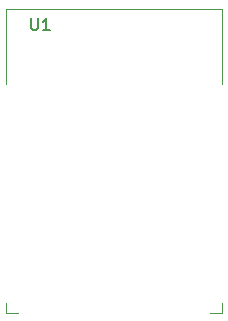
<source format=gto>
G04 #@! TF.GenerationSoftware,KiCad,Pcbnew,(5.1.10)-1*
G04 #@! TF.CreationDate,2021-06-29T15:19:49+09:00*
G04 #@! TF.ProjectId,BLE_PPG_v1.1,424c455f-5050-4475-9f76-312e312e6b69,rev?*
G04 #@! TF.SameCoordinates,Original*
G04 #@! TF.FileFunction,Legend,Top*
G04 #@! TF.FilePolarity,Positive*
%FSLAX46Y46*%
G04 Gerber Fmt 4.6, Leading zero omitted, Abs format (unit mm)*
G04 Created by KiCad (PCBNEW (5.1.10)-1) date 2021-06-29 15:19:49*
%MOMM*%
%LPD*%
G01*
G04 APERTURE LIST*
%ADD10C,0.120000*%
%ADD11C,0.150000*%
G04 APERTURE END LIST*
D10*
X100880000Y-146100000D02*
X100880000Y-146880000D01*
X100880000Y-146880000D02*
X101880000Y-146880000D01*
X119120000Y-146100000D02*
X119120000Y-146880000D01*
X119120000Y-146880000D02*
X118120000Y-146880000D01*
X100880000Y-121135000D02*
X119120000Y-121135000D01*
X119120000Y-121135000D02*
X119120000Y-127555000D01*
X100880000Y-121135000D02*
X100880000Y-127555000D01*
D11*
X102988095Y-121952380D02*
X102988095Y-122761904D01*
X103035714Y-122857142D01*
X103083333Y-122904761D01*
X103178571Y-122952380D01*
X103369047Y-122952380D01*
X103464285Y-122904761D01*
X103511904Y-122857142D01*
X103559523Y-122761904D01*
X103559523Y-121952380D01*
X104559523Y-122952380D02*
X103988095Y-122952380D01*
X104273809Y-122952380D02*
X104273809Y-121952380D01*
X104178571Y-122095238D01*
X104083333Y-122190476D01*
X103988095Y-122238095D01*
M02*

</source>
